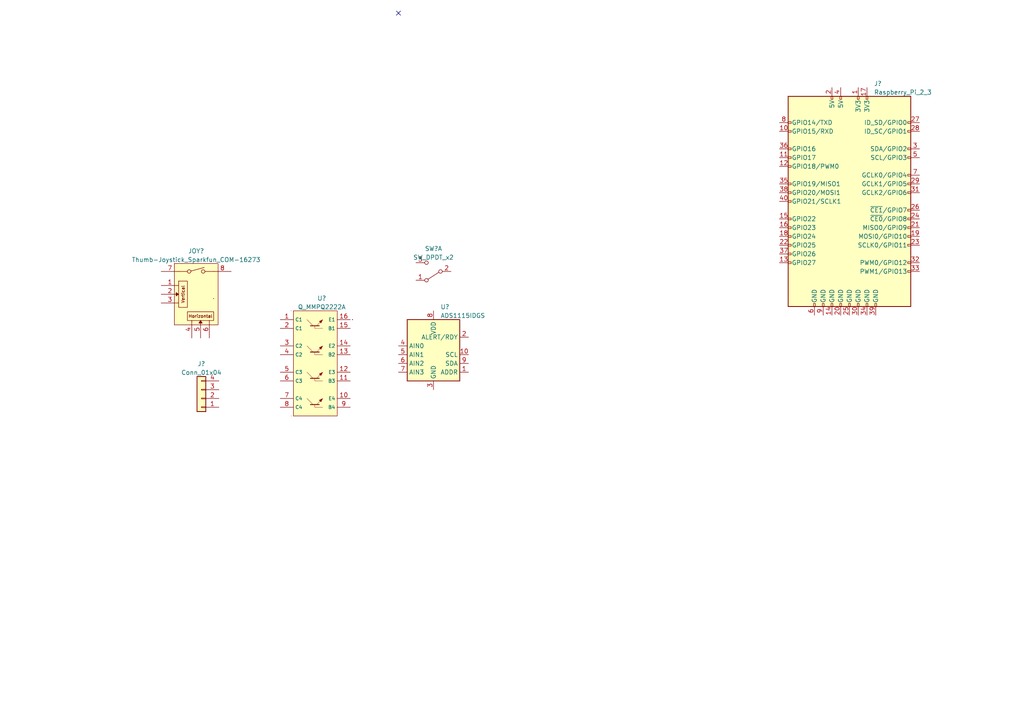
<source format=kicad_sch>
(kicad_sch (version 20211123) (generator eeschema)
  (paper "A4")
  (title_block (title "RaspberryPi Sesnor-HAT") (date "2022-09-24") (rev "1") (company "DHBW Karlsruhe / Studiengang Wirtschaftsinformatik / Wahlmodul IoT") (comment 1 "Dennis Schulmeister-Zimolong") (comment 2 "Nach einer Vorlage aus dem Buch \"KiCAD like a Pro\" von Dr. Peter Dalmaris"))
  (lib_symbols
    (symbol "00_Project:Q_MMPQ2222A"
      (property "Reference" "U" (at 0 0 0))
      (property "Value" "Q_MMPQ2222A" (at -0.254 -2.032 0))
      (symbol "Q_MMPQ2222A_0_1"
        (rectangle (start -6.985 -34.29) (end -6.985 -34.29) (stroke (width 0.1524)))
        (rectangle (start -6.985 -3.81) (end -6.985 -3.81) (stroke (width 0.1524)))
        (rectangle (start -6.35 -3.81) (end 6.35 -34.29) (stroke (width 0.1524)) (fill (type background)))
        (polyline (pts (xy -1.397 -30.988) (xy 1.143 -30.988)) (stroke (width 0.254)))
        (polyline (pts (xy -1.397 -23.368) (xy 1.143 -23.368)) (stroke (width 0.254)))
        (polyline (pts (xy -1.397 -15.748) (xy 1.143 -15.748)) (stroke (width 0.254)))
        (polyline (pts (xy -1.397 -8.128) (xy 1.143 -8.128)) (stroke (width 0.254)))
        (polyline (pts (xy -0.762 -30.861) (xy -2.413 -29.21)) (stroke (width 0.0762)))
        (polyline (pts (xy -0.762 -23.241) (xy -2.413 -21.59)) (stroke (width 0.0762)))
        (polyline (pts (xy -0.762 -15.621) (xy -2.413 -13.97)) (stroke (width 0.0762)))
        (polyline (pts (xy -0.762 -8.001) (xy -2.413 -6.35)) (stroke (width 0.0762)))
        (polyline (pts (xy -0.127 -31.75) (xy -0.127 -30.988)) (stroke (width 0.0762)))
        (polyline (pts (xy -0.127 -24.13) (xy -0.127 -23.368)) (stroke (width 0.0762)))
        (polyline (pts (xy -0.127 -16.51) (xy -0.127 -15.748)) (stroke (width 0.0762)))
        (polyline (pts (xy -0.127 -8.89) (xy -0.127 -8.128)) (stroke (width 0.0762)))
        (polyline (pts (xy 0.508 -30.861) (xy 1.651 -29.718)) (stroke (width 0.0762)))
        (polyline (pts (xy 0.508 -23.241) (xy 1.651 -22.098)) (stroke (width 0.0762)))
        (polyline (pts (xy 0.508 -15.621) (xy 1.651 -14.478)) (stroke (width 0.0762)))
        (polyline (pts (xy 0.508 -8.001) (xy 1.651 -6.858)) (stroke (width 0.0762)))
        (polyline (pts (xy 2.159 -31.75) (xy -0.127 -31.75)) (stroke (width 0.0762)))
        (polyline (pts (xy 2.159 -24.13) (xy -0.127 -24.13)) (stroke (width 0.0762)))
        (polyline (pts (xy 2.159 -16.51) (xy -0.127 -16.51)) (stroke (width 0.0762)))
        (polyline (pts (xy 2.159 -8.89) (xy -0.127 -8.89)) (stroke (width 0.0762)))
        (polyline (pts (xy 1.651 -30.226) (xy 1.143 -29.718) (xy 2.159 -29.21) (xy 1.651 -30.226) (xy 1.651 -30.226)) (stroke (width 0.0762)) (fill (type outline)))
        (polyline (pts (xy 1.651 -22.606) (xy 1.143 -22.098) (xy 2.159 -21.59) (xy 1.651 -22.606) (xy 1.651 -22.606)) (stroke (width 0.0762)) (fill (type outline)))
        (polyline (pts (xy 1.651 -14.986) (xy 1.143 -14.478) (xy 2.159 -13.97) (xy 1.651 -14.986) (xy 1.651 -14.986)) (stroke (width 0.0762)) (fill (type outline)))
        (polyline (pts (xy 1.651 -7.366) (xy 1.143 -6.858) (xy 2.159 -6.35) (xy 1.651 -7.366) (xy 1.651 -7.366)) (stroke (width 0.0762)) (fill (type outline)))
        (rectangle (start 10.795 -6.35) (end 10.795 -6.35) (stroke (width 0.1524)))
        (rectangle (start 10.795 -6.35) (end 10.795 -6.35) (stroke (width 0.1524)))
        (rectangle (start 10.795 -6.35) (end 10.795 -6.35) (stroke (width 0.1524)))
        (rectangle (start 10.795 -6.35) (end 10.795 -6.35) (stroke (width 0.1524)))
        (rectangle (start 10.795 -6.35) (end 10.795 -6.35) (stroke (width 0.1524)))
        (rectangle (start 10.795 -6.35) (end 10.795 -6.35) (stroke (width 0.1524)))
        (rectangle (start 10.795 -6.35) (end 10.795 -6.35) (stroke (width 0.1524)))
        (rectangle (start 10.795 -6.35) (end 10.795 -6.35) (stroke (width 0.1524)))
      )
      (symbol "Q_MMPQ2222A_1_1"
        (pin passive line (at -10.16 -6.35 0) (length 3.81) (name "C1") (number "1"))
        (pin passive line (at 10.16 -29.21 180) (length 3.81) (name "E4") (number "10"))
        (pin passive line (at 10.16 -24.13 180) (length 3.81) (name "B3") (number "11"))
        (pin passive line (at 10.16 -21.59 180) (length 3.81) (name "E3") (number "12"))
        (pin passive line (at 10.16 -16.51 180) (length 3.81) (name "B2") (number "13"))
        (pin passive line (at 10.16 -13.97 180) (length 3.81) (name "E2") (number "14"))
        (pin passive line (at 10.16 -8.89 180) (length 3.81) (name "B1") (number "15"))
        (pin passive line (at 10.16 -6.35 180) (length 3.81) (name "E1") (number "16"))
        (pin passive line (at -10.16 -8.89 0) (length 3.81) (name "C1") (number "2"))
        (pin passive line (at -10.16 -13.97 0) (length 3.81) (name "C2") (number "3"))
        (pin passive line (at -10.16 -16.51 0) (length 3.81) (name "C2") (number "4"))
        (pin passive line (at -10.16 -21.59 0) (length 3.81) (name "C3") (number "5"))
        (pin passive line (at -10.16 -24.13 0) (length 3.81) (name "C3") (number "6"))
        (pin passive line (at -10.16 -29.21 0) (length 3.81) (name "C4") (number "7"))
        (pin passive line (at -10.16 -31.75 0) (length 3.81) (name "C4") (number "8"))
        (pin passive line (at 10.16 -31.75 180) (length 3.81) (name "B4") (number "9"))
      )
    )
    (symbol "00_Project:Thumb-Joystick_Sparkfun_COM-16273"
      (property "Reference" "JOY" (at -0.254 13.081 0))
      (property "Value" "Thumb-Joystick_Sparkfun_COM-16273" (at -0.254 10.541 0))
      (symbol "Thumb-Joystick_Sparkfun_COM-16273_0_0"
        (circle (center -2.286 6.35) (radius 0.508))
        (polyline (pts (xy -4.064 -0.762) (xy -4.064 -0.762)) (stroke (width 0.1524)))
        (polyline (pts (xy -4.064 -0.762) (xy -4.064 -0.762)) (stroke (width 0.1524)))
        (polyline (pts (xy -4.064 -0.762) (xy -4.064 -0.762)) (stroke (width 0.1524)))
        (polyline (pts (xy -4.064 -0.762) (xy -4.064 -0.762)) (stroke (width 0.1524)))
        (polyline (pts (xy -4.064 -0.762) (xy -4.064 -0.762)) (stroke (width 0.1524)))
        (polyline (pts (xy -4.064 -0.762) (xy -4.064 -0.762)) (stroke (width 0.1524)))
        (polyline (pts (xy -4.064 -0.762) (xy -4.064 -0.762)) (stroke (width 0.1524)))
        (polyline (pts (xy -4.064 -0.762) (xy -4.064 -0.762)) (stroke (width 0.1524)))
        (polyline (pts (xy -4.064 -0.762) (xy -4.064 -0.762)) (stroke (width 0.1524)))
        (polyline (pts (xy -4.064 -0.762) (xy -4.064 -0.762)) (stroke (width 0.1524)))
        (polyline (pts (xy -1.778 6.477) (xy 2.1082 7.5184)))
        (circle (center 1.778 6.35) (radius 0.508))
        (rectangle (start 4.826 -1.524) (end 4.826 -1.524) (stroke (width 0.1524)))
        (rectangle (start 4.826 -1.524) (end 4.826 -1.524) (stroke (width 0.1524)))
        (rectangle (start 4.826 -1.524) (end 4.826 -1.524) (stroke (width 0.1524)))
        (rectangle (start 4.826 -1.524) (end 4.826 -1.524) (stroke (width 0.1524)))
        (rectangle (start 4.826 -1.524) (end 4.826 -1.524) (stroke (width 0.1524)))
        (rectangle (start 4.826 -1.524) (end 4.826 -1.524) (stroke (width 0.1524)))
        (rectangle (start 4.826 -1.524) (end 4.826 -1.524) (stroke (width 0.1524)))
        (text "Horizontal" (at 1.016 -6.604 0) (effects (font (size 0.9 0.9))))
        (text "Vertical" (at -4.064 -0.254 900) (effects (font (size 0.9 0.9))))
      )
      (symbol "Thumb-Joystick_Sparkfun_COM-16273_0_1"
        (rectangle (start -6.604 8.636) (end -6.604 8.636) (stroke (width 0.1524)))
        (rectangle (start -6.604 8.636) (end 6.096 -9.144) (stroke (width 0.1524)) (fill (type background)))
        (rectangle (start -5.334 -4.064) (end -2.794 3.556) (stroke (width 0.1524)))
        (rectangle (start -5.334 3.556) (end -5.334 3.556) (stroke (width 0.1524)))
        (rectangle (start -5.334 3.556) (end -5.334 3.556) (stroke (width 0.1524)))
        (rectangle (start -2.794 -5.334) (end 4.826 -7.874) (stroke (width 0.1524)))
        (rectangle (start -1.524 -7.874) (end -1.524 -7.874) (stroke (width 0.1524)))
        (polyline (pts (xy -5.334 6.35) (xy -2.794 6.35)) (stroke (width 0.1524)))
        (polyline (pts (xy 4.826 6.35) (xy 2.286 6.35)) (stroke (width 0.1524)))
        (polyline (pts (xy -5.334 -0.254) (xy -6.096 -0.762) (xy -6.096 0.254) (xy -5.334 -0.254)) (fill (type outline)))
        (polyline (pts (xy 1.016 -7.874) (xy 1.524 -8.636) (xy 0.508 -8.636) (xy 1.016 -7.874)) (fill (type outline)))
      )
      (symbol "Thumb-Joystick_Sparkfun_COM-16273_1_1"
        (pin passive line (at -10.414 2.286 0) (length 5.08) (name "~") (number "1"))
        (pin passive line (at -10.414 -0.254 0) (length 5.08) (name "~") (number "2"))
        (pin passive line (at -10.414 -2.794 0) (length 5.08) (name "~") (number "3"))
        (pin passive line (at -1.524 -12.954 90) (length 5.08) (name "~") (number "4"))
        (pin passive line (at 1.016 -12.954 90) (length 5.08) (name "~") (number "5"))
        (pin passive line (at 3.556 -12.954 90) (length 5.08) (name "~") (number "6"))
        (pin passive line (at -10.414 6.35 0) (length 5.08) (name "~") (number "7"))
        (pin passive line (at 9.906 6.35 180) (length 5.08) (name "~") (number "8"))
      )
    )
    (symbol "Analog_ADC:ADS1115IDGS"
      (property "Reference" "U" (at 2.54 13.97 0))
      (property "Value" "ADS1115IDGS" (at 7.62 11.43 0))
      (symbol "ADS1115IDGS_0_1"
        (rectangle (start -7.62 10.16) (end 7.62 -7.62) (stroke (width 0.254)) (fill (type background)))
      )
      (symbol "ADS1115IDGS_1_1"
        (pin input line (at 10.16 -5.08 180) (length 2.54) (name "ADDR") (number "1"))
        (pin input line (at 10.16 0 180) (length 2.54) (name "SCL") (number "10"))
        (pin output line (at 10.16 5.08 180) (length 2.54) (name "ALERT/RDY") (number "2"))
        (pin power_in line (at 0 -10.16 90) (length 2.54) (name "GND") (number "3"))
        (pin input line (at -10.16 2.54 0) (length 2.54) (name "AIN0") (number "4"))
        (pin input line (at -10.16 0 0) (length 2.54) (name "AIN1") (number "5"))
        (pin input line (at -10.16 -2.54 0) (length 2.54) (name "AIN2") (number "6"))
        (pin input line (at -10.16 -5.08 0) (length 2.54) (name "AIN3") (number "7"))
        (pin power_in line (at 0 12.7 270) (length 2.54) (name "VDD") (number "8"))
        (pin bidirectional line (at 10.16 -2.54 180) (length 2.54) (name "SDA") (number "9"))
      )
    )
    (symbol "Connector:Raspberry_Pi_2_3" (pin_names (offset 1.016))
      (property "Reference" "J" (at -17.78 31.75 0))
      (property "Value" "Raspberry_Pi_2_3" (at 10.16 -31.75 0))
      (symbol "Raspberry_Pi_2_3_0_1"
        (rectangle (start -17.78 30.48) (end 17.78 -30.48) (stroke (width 0.254)) (fill (type background)))
      )
      (symbol "Raspberry_Pi_2_3_1_1"
        (rectangle (start -16.891 -17.526) (end -17.78 -18.034))
        (rectangle (start -16.891 -14.986) (end -17.78 -15.494))
        (rectangle (start -16.891 -12.446) (end -17.78 -12.954))
        (rectangle (start -16.891 -9.906) (end -17.78 -10.414))
        (rectangle (start -16.891 -7.366) (end -17.78 -7.874))
        (rectangle (start -16.891 -4.826) (end -17.78 -5.334))
        (rectangle (start -16.891 0.254) (end -17.78 -0.254))
        (rectangle (start -16.891 2.794) (end -17.78 2.286))
        (rectangle (start -16.891 5.334) (end -17.78 4.826))
        (rectangle (start -16.891 10.414) (end -17.78 9.906))
        (rectangle (start -16.891 12.954) (end -17.78 12.446))
        (rectangle (start -16.891 15.494) (end -17.78 14.986))
        (rectangle (start -16.891 20.574) (end -17.78 20.066))
        (rectangle (start -16.891 23.114) (end -17.78 22.606))
        (rectangle (start -10.414 -29.591) (end -9.906 -30.48))
        (rectangle (start -7.874 -29.591) (end -7.366 -30.48))
        (rectangle (start -5.334 -29.591) (end -4.826 -30.48))
        (rectangle (start -5.334 30.48) (end -4.826 29.591))
        (rectangle (start -2.794 -29.591) (end -2.286 -30.48))
        (rectangle (start -2.794 30.48) (end -2.286 29.591))
        (rectangle (start -0.254 -29.591) (end 0.254 -30.48))
        (rectangle (start 2.286 -29.591) (end 2.794 -30.48))
        (rectangle (start 2.286 30.48) (end 2.794 29.591))
        (rectangle (start 4.826 -29.591) (end 5.334 -30.48))
        (rectangle (start 4.826 30.48) (end 5.334 29.591))
        (rectangle (start 7.366 -29.591) (end 7.874 -30.48))
        (rectangle (start 17.78 -20.066) (end 16.891 -20.574))
        (rectangle (start 17.78 -17.526) (end 16.891 -18.034))
        (rectangle (start 17.78 -12.446) (end 16.891 -12.954))
        (rectangle (start 17.78 -9.906) (end 16.891 -10.414))
        (rectangle (start 17.78 -7.366) (end 16.891 -7.874))
        (rectangle (start 17.78 -4.826) (end 16.891 -5.334))
        (rectangle (start 17.78 -2.286) (end 16.891 -2.794))
        (rectangle (start 17.78 2.794) (end 16.891 2.286))
        (rectangle (start 17.78 5.334) (end 16.891 4.826))
        (rectangle (start 17.78 7.874) (end 16.891 7.366))
        (rectangle (start 17.78 12.954) (end 16.891 12.446))
        (rectangle (start 17.78 15.494) (end 16.891 14.986))
        (rectangle (start 17.78 20.574) (end 16.891 20.066))
        (rectangle (start 17.78 23.114) (end 16.891 22.606))
        (pin power_in line (at 2.54 33.02 270) (length 2.54) (name "3V3") (number "1"))
        (pin bidirectional line (at -20.32 20.32 0) (length 2.54) (name "GPIO15/RXD") (number "10"))
        (pin bidirectional line (at -20.32 12.7 0) (length 2.54) (name "GPIO17") (number "11"))
        (pin bidirectional line (at -20.32 10.16 0) (length 2.54) (name "GPIO18/PWM0") (number "12"))
        (pin bidirectional line (at -20.32 -17.78 0) (length 2.54) (name "GPIO27") (number "13"))
        (pin power_in line (at -5.08 -33.02 90) (length 2.54) (name "GND") (number "14"))
        (pin bidirectional line (at -20.32 -5.08 0) (length 2.54) (name "GPIO22") (number "15"))
        (pin bidirectional line (at -20.32 -7.62 0) (length 2.54) (name "GPIO23") (number "16"))
        (pin power_in line (at 5.08 33.02 270) (length 2.54) (name "3V3") (number "17"))
        (pin bidirectional line (at -20.32 -10.16 0) (length 2.54) (name "GPIO24") (number "18"))
        (pin bidirectional line (at 20.32 -10.16 180) (length 2.54) (name "MOSI0/GPIO10") (number "19"))
        (pin power_in line (at -5.08 33.02 270) (length 2.54) (name "5V") (number "2"))
        (pin power_in line (at -2.54 -33.02 90) (length 2.54) (name "GND") (number "20"))
        (pin bidirectional line (at 20.32 -7.62 180) (length 2.54) (name "MISO0/GPIO9") (number "21"))
        (pin bidirectional line (at -20.32 -12.7 0) (length 2.54) (name "GPIO25") (number "22"))
        (pin bidirectional line (at 20.32 -12.7 180) (length 2.54) (name "SCLK0/GPIO11") (number "23"))
        (pin bidirectional line (at 20.32 -5.08 180) (length 2.54) (name "~{CE0}/GPIO8") (number "24"))
        (pin power_in line (at 0 -33.02 90) (length 2.54) (name "GND") (number "25"))
        (pin bidirectional line (at 20.32 -2.54 180) (length 2.54) (name "~{CE1}/GPIO7") (number "26"))
        (pin bidirectional line (at 20.32 22.86 180) (length 2.54) (name "ID_SD/GPIO0") (number "27"))
        (pin bidirectional line (at 20.32 20.32 180) (length 2.54) (name "ID_SC/GPIO1") (number "28"))
        (pin bidirectional line (at 20.32 5.08 180) (length 2.54) (name "GCLK1/GPIO5") (number "29"))
        (pin bidirectional line (at 20.32 15.24 180) (length 2.54) (name "SDA/GPIO2") (number "3"))
        (pin power_in line (at 2.54 -33.02 90) (length 2.54) (name "GND") (number "30"))
        (pin bidirectional line (at 20.32 2.54 180) (length 2.54) (name "GCLK2/GPIO6") (number "31"))
        (pin bidirectional line (at 20.32 -17.78 180) (length 2.54) (name "PWM0/GPIO12") (number "32"))
        (pin bidirectional line (at 20.32 -20.32 180) (length 2.54) (name "PWM1/GPIO13") (number "33"))
        (pin power_in line (at 5.08 -33.02 90) (length 2.54) (name "GND") (number "34"))
        (pin bidirectional line (at -20.32 5.08 0) (length 2.54) (name "GPIO19/MISO1") (number "35"))
        (pin bidirectional line (at -20.32 15.24 0) (length 2.54) (name "GPIO16") (number "36"))
        (pin bidirectional line (at -20.32 -15.24 0) (length 2.54) (name "GPIO26") (number "37"))
        (pin bidirectional line (at -20.32 2.54 0) (length 2.54) (name "GPIO20/MOSI1") (number "38"))
        (pin power_in line (at 7.62 -33.02 90) (length 2.54) (name "GND") (number "39"))
        (pin power_in line (at -2.54 33.02 270) (length 2.54) (name "5V") (number "4"))
        (pin bidirectional line (at -20.32 0 0) (length 2.54) (name "GPIO21/SCLK1") (number "40"))
        (pin bidirectional line (at 20.32 12.7 180) (length 2.54) (name "SCL/GPIO3") (number "5"))
        (pin power_in line (at -10.16 -33.02 90) (length 2.54) (name "GND") (number "6"))
        (pin bidirectional line (at 20.32 7.62 180) (length 2.54) (name "GCLK0/GPIO4") (number "7"))
        (pin bidirectional line (at -20.32 22.86 0) (length 2.54) (name "GPIO14/TXD") (number "8"))
        (pin power_in line (at -7.62 -33.02 90) (length 2.54) (name "GND") (number "9"))
      )
    )
    (symbol "Connector_Generic:Conn_01x04" (pin_names (offset 1.016) hide)
      (property "Reference" "J" (at 0 5.08 0))
      (property "Value" "Conn_01x04" (at 0 -7.62 0))
      (symbol "Conn_01x04_1_1"
        (rectangle (start -1.27 -4.953) (end 0 -5.207) (stroke (width 0.1524)))
        (rectangle (start -1.27 -2.413) (end 0 -2.667) (stroke (width 0.1524)))
        (rectangle (start -1.27 0.127) (end 0 -0.127) (stroke (width 0.1524)))
        (rectangle (start -1.27 2.667) (end 0 2.413) (stroke (width 0.1524)))
        (rectangle (start -1.27 3.81) (end 1.27 -6.35) (stroke (width 0.254)) (fill (type background)))
        (pin passive line (at -5.08 2.54 0) (length 3.81) (name "Pin_1") (number "1"))
        (pin passive line (at -5.08 0 0) (length 3.81) (name "Pin_2") (number "2"))
        (pin passive line (at -5.08 -2.54 0) (length 3.81) (name "Pin_3") (number "3"))
        (pin passive line (at -5.08 -5.08 0) (length 3.81) (name "Pin_4") (number "4"))
      )
    )
    (symbol "Switch:SW_DPDT_x2" (pin_names (offset 0) hide)
      (property "Reference" "SW" (at 0 4.318 0))
      (property "Value" "SW_DPDT_x2" (at 0 -5.08 0))
      (symbol "SW_DPDT_x2_0_0"
        (circle (center -2.032 0) (radius 0.508))
        (circle (center 2.032 -2.54) (radius 0.508))
      )
      (symbol "SW_DPDT_x2_0_1"
        (polyline (pts (xy -1.524 0.254) (xy 1.651 2.286)))
        (circle (center 2.032 2.54) (radius 0.508))
      )
      (symbol "SW_DPDT_x2_1_1"
        (pin passive line (at 5.08 2.54 180) (length 2.54) (name "A") (number "1"))
        (pin passive line (at -5.08 0 0) (length 2.54) (name "B") (number "2"))
        (pin passive line (at 5.08 -2.54 180) (length 2.54) (name "C") (number "3"))
      )
      (symbol "SW_DPDT_x2_2_1"
        (pin passive line (at 5.08 2.54 180) (length 2.54) (name "A") (number "4"))
        (pin passive line (at -5.08 0 0) (length 2.54) (name "B") (number "5"))
        (pin passive line (at 5.08 -2.54 180) (length 2.54) (name "C") (number "6"))
      )
    )
  )
  (no_connect (at 115.57 3.81))
  (symbol (lib_id "Switch:SW_DPDT_x2") (at 125.73 78.74 180) (unit 1)
    (property "Reference" "SW?" (at 125.73 72.1192 0))
    (property "Value" "SW_DPDT_x2" (at 125.73 74.6561 0))
  )
  (symbol (lib_id "Connector_Generic:Conn_01x04") (at 58.42 115.57 180) (unit 1)
    (property "Reference" "J?" (at 58.42 105.5202 0))
    (property "Value" "Conn_01x04" (at 58.42 108.0571 0))
  )
  (symbol (lib_id "Analog_ADC:ADS1115IDGS") (at 125.73 102.87 0) (unit 1)
    (property "Reference" "U?" (at 127.7494 89.0102 0) (effects (justify left)))
    (property "Value" "ADS1115IDGS" (at 127.7494 91.5471 0) (effects (justify left)))
    (property "Footprint" "Package_SO:TSSOP-10_3x3mm_P0.5mm" (effects hide))
    (property "Datasheet" "http://www.ti.com/lit/ds/symlink/ads1113.pdf" (effects hide))
  )
  (symbol (lib_id "00_Project:Thumb-Joystick_Sparkfun_COM-16273") (at 57.15 85.09 0) (unit 1)
    (property "Reference" "JOY?" (at 56.896 72.805 0))
    (property "Value" "Thumb-Joystick_Sparkfun_COM-16273" (at 56.896 75.3419 0))
    (property "Datasheet" "https://www.sparkfun.com/products/16273" (effects hide))
  )
  (symbol (lib_id "Connector:Raspberry_Pi_2_3") (at 246.38 58.42 0) (unit 1)
    (property "Reference" "J?" (at 253.4794 24.2402 0) (effects (justify left)))
    (property "Value" "Raspberry_Pi_2_3" (at 253.4794 26.7771 0) (effects (justify left)))
    (property "Datasheet" "https://www.raspberrypi.org/documentation/hardware/raspberrypi/schematics/rpi_SCH_3bplus_1p0_reduced.pdf" (effects hide))
  )
  (symbol (lib_id "00_Project:Q_MMPQ2222A") (at 91.44 86.36 0) (unit 1)
    (property "Reference" "U?" (at 93.345 86.521 0))
    (property "Value" "Q_MMPQ2222A" (at 93.345 89.0579 0))
    (property "Footprint" "00_Project:SOIC-16_3.8x10.2mm_P1.27mm" (effects hide))
    (property "Datasheet" "https://www.onsemi.com/pdf/datasheet/mmpq2222a-d.pdf" (effects hide))
  )
)
</source>
